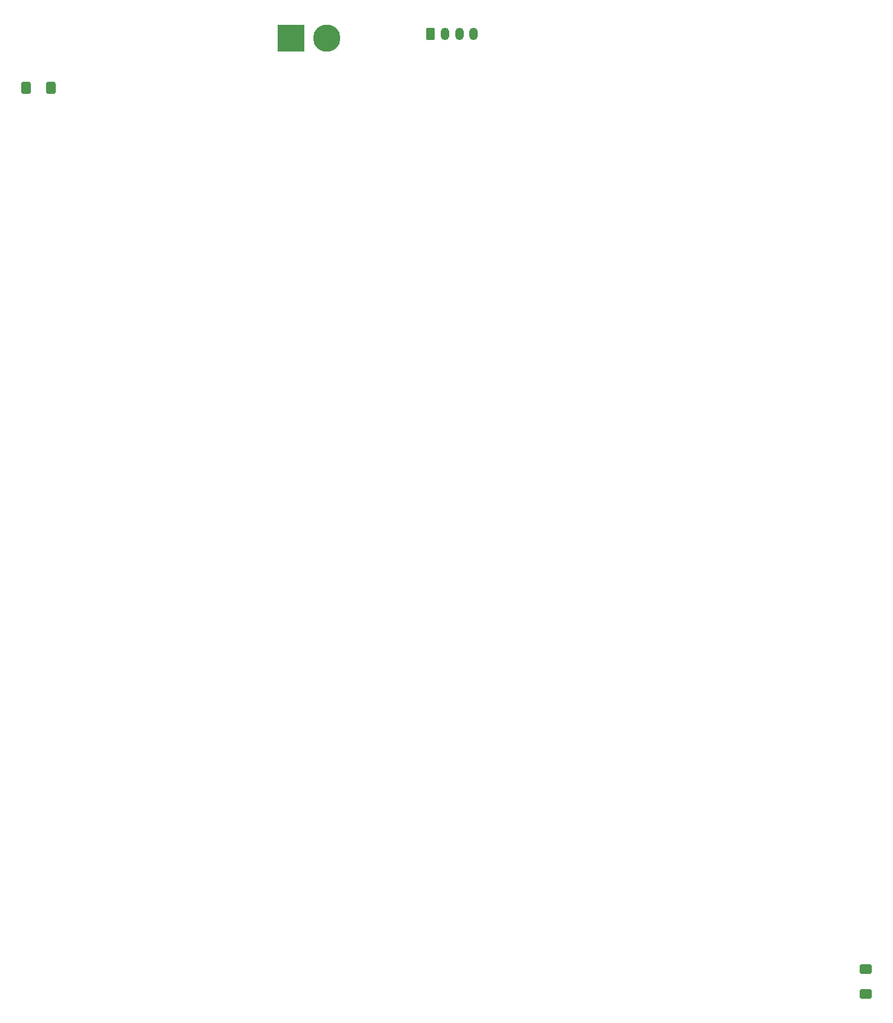
<source format=gbr>
%TF.GenerationSoftware,KiCad,Pcbnew,9.0.6-unknown-202512120022~866d92e1f6~ubuntu24.04.1*%
%TF.CreationDate,2026-01-16T23:30:07+02:00*%
%TF.ProjectId,TaltechPlate,54616c74-6563-4685-906c-6174652e6b69,rev?*%
%TF.SameCoordinates,Original*%
%TF.FileFunction,Soldermask,Top*%
%TF.FilePolarity,Negative*%
%FSLAX46Y46*%
G04 Gerber Fmt 4.6, Leading zero omitted, Abs format (unit mm)*
G04 Created by KiCad (PCBNEW 9.0.6-unknown-202512120022~866d92e1f6~ubuntu24.04.1) date 2026-01-16 23:30:07*
%MOMM*%
%LPD*%
G01*
G04 APERTURE LIST*
G04 Aperture macros list*
%AMRoundRect*
0 Rectangle with rounded corners*
0 $1 Rounding radius*
0 $2 $3 $4 $5 $6 $7 $8 $9 X,Y pos of 4 corners*
0 Add a 4 corners polygon primitive as box body*
4,1,4,$2,$3,$4,$5,$6,$7,$8,$9,$2,$3,0*
0 Add four circle primitives for the rounded corners*
1,1,$1+$1,$2,$3*
1,1,$1+$1,$4,$5*
1,1,$1+$1,$6,$7*
1,1,$1+$1,$8,$9*
0 Add four rect primitives between the rounded corners*
20,1,$1+$1,$2,$3,$4,$5,0*
20,1,$1+$1,$4,$5,$6,$7,0*
20,1,$1+$1,$6,$7,$8,$9,0*
20,1,$1+$1,$8,$9,$2,$3,0*%
G04 Aperture macros list end*
%ADD10RoundRect,0.250000X-0.350000X-0.625000X0.350000X-0.625000X0.350000X0.625000X-0.350000X0.625000X0*%
%ADD11O,1.200000X1.750000*%
%ADD12RoundRect,0.250000X0.400000X0.600000X-0.400000X0.600000X-0.400000X-0.600000X0.400000X-0.600000X0*%
%ADD13RoundRect,0.250000X-0.600000X0.400000X-0.600000X-0.400000X0.600000X-0.400000X0.600000X0.400000X0*%
%ADD14R,3.800000X3.800000*%
%ADD15C,3.800000*%
G04 APERTURE END LIST*
D10*
%TO.C,J2*%
X106125000Y-38450000D03*
D11*
X108125000Y-38450000D03*
X110125000Y-38450000D03*
X112125000Y-38450000D03*
%TD*%
D12*
%TO.C,TH1*%
X53100000Y-45975000D03*
X49600000Y-45975000D03*
%TD*%
D13*
%TO.C,TH2*%
X166875000Y-169150000D03*
X166875000Y-172650000D03*
%TD*%
D14*
%TO.C,J1*%
X86625000Y-39000000D03*
D15*
X91625000Y-39000000D03*
%TD*%
M02*

</source>
